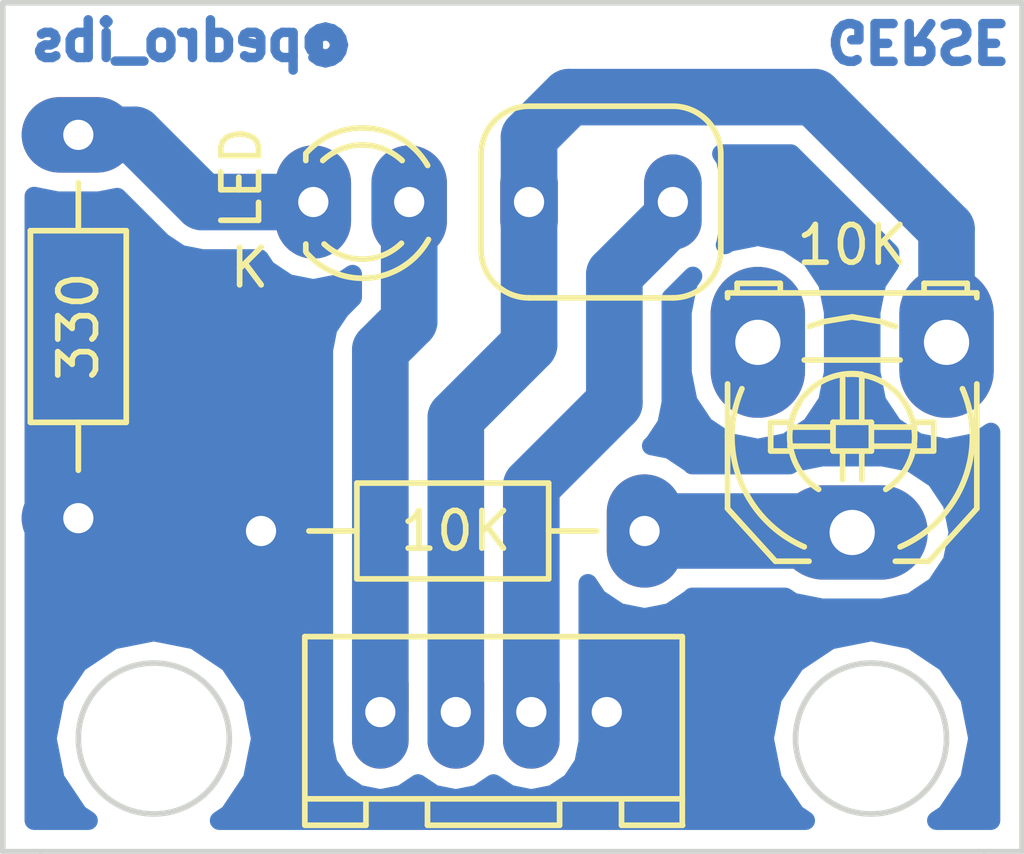
<source format=kicad_pcb>
(kicad_pcb (version 4) (host pcbnew 4.0.2+dfsg1-stable)

  (general
    (links 8)
    (no_connects 0)
    (area 14.924999 14.924999 42.075001 37.575001)
    (thickness 1.6)
    (drawings 12)
    (tracks 22)
    (zones 0)
    (modules 6)
    (nets 8)
  )

  (page A4)
  (title_block
    (title "Módulo Sensor LDR 2 - molex 2510  ")
    (date 2017-08-20)
    (rev 1.1)
    (company "Shield Sensor Base Grover GERSE")
    (comment 2 "Pedro Igor B. S.")
  )

  (layers
    (0 F.Cu signal)
    (31 B.Cu signal)
    (32 B.Adhes user)
    (33 F.Adhes user)
    (34 B.Paste user)
    (35 F.Paste user)
    (36 B.SilkS user)
    (37 F.SilkS user)
    (38 B.Mask user)
    (39 F.Mask user)
    (40 Dwgs.User user)
    (41 Cmts.User user)
    (42 Eco1.User user)
    (43 Eco2.User user)
    (44 Edge.Cuts user)
    (45 Margin user)
    (46 B.CrtYd user)
    (47 F.CrtYd user)
    (48 B.Fab user)
    (49 F.Fab user)
  )

  (setup
    (last_trace_width 1.5)
    (user_trace_width 0.8)
    (user_trace_width 1)
    (user_trace_width 1.5)
    (user_trace_width 2)
    (user_trace_width 2.5)
    (user_trace_width 3)
    (trace_clearance 0.2)
    (zone_clearance 0.5)
    (zone_45_only no)
    (trace_min 0.2)
    (segment_width 0.2)
    (edge_width 0.15)
    (via_size 0.6)
    (via_drill 0.4)
    (via_min_size 0.4)
    (via_min_drill 0.3)
    (user_via 1.5 1)
    (user_via 2 1)
    (user_via 2.5 1)
    (user_via 3 1)
    (uvia_size 0.3)
    (uvia_drill 0.1)
    (uvias_allowed no)
    (uvia_min_size 0.2)
    (uvia_min_drill 0.1)
    (pcb_text_width 0.3)
    (pcb_text_size 1.5 1.5)
    (mod_edge_width 0.15)
    (mod_text_size 1 1)
    (mod_text_width 0.15)
    (pad_size 2 4)
    (pad_drill 0.8)
    (pad_to_mask_clearance 0.2)
    (aux_axis_origin 0 0)
    (grid_origin 12 12)
    (visible_elements 7FFFFF7F)
    (pcbplotparams
      (layerselection 0x00030_80000001)
      (usegerberextensions false)
      (excludeedgelayer true)
      (linewidth 0.100000)
      (plotframeref false)
      (viasonmask false)
      (mode 1)
      (useauxorigin false)
      (hpglpennumber 1)
      (hpglpenspeed 20)
      (hpglpendiameter 15)
      (hpglpenoverlay 2)
      (psnegative false)
      (psa4output false)
      (plotreference true)
      (plotvalue true)
      (plotinvisibletext false)
      (padsonsilk false)
      (subtractmaskfromsilk false)
      (outputformat 1)
      (mirror false)
      (drillshape 1)
      (scaleselection 1)
      (outputdirectory ""))
  )

  (net 0 "")
  (net 1 "Net-(D2-Pad1)")
  (net 2 P5)
  (net 3 P6)
  (net 4 "Net-(R6-Pad1)")
  (net 5 "Net-(RV1-Pad3)")
  (net 6 GND)
  (net 7 VCC)

  (net_class Default "This is the default net class."
    (clearance 0.2)
    (trace_width 0.25)
    (via_dia 0.6)
    (via_drill 0.4)
    (uvia_dia 0.3)
    (uvia_drill 0.1)
    (add_net GND)
    (add_net "Net-(D2-Pad1)")
    (add_net "Net-(R6-Pad1)")
    (add_net "Net-(RV1-Pad3)")
    (add_net P5)
    (add_net P6)
    (add_net VCC)
  )

  (module LEDs:LED-3MM (layer F.Cu) (tedit 5999AD5D) (tstamp 596516B3)
    (at 23.225 20.28)
    (descr "LED 3mm round vertical")
    (tags "LED  3mm round vertical")
    (path /594D5951)
    (fp_text reference D2 (at 1.91 3.06) (layer F.SilkS) hide
      (effects (font (size 1 1) (thickness 0.15)))
    )
    (fp_text value LED (at -1.905 -0.635 90) (layer F.SilkS)
      (effects (font (size 1 1) (thickness 0.15)))
    )
    (fp_line (start -1.2 2.3) (end 3.8 2.3) (layer F.CrtYd) (width 0.05))
    (fp_line (start 3.8 2.3) (end 3.8 -2.2) (layer F.CrtYd) (width 0.05))
    (fp_line (start 3.8 -2.2) (end -1.2 -2.2) (layer F.CrtYd) (width 0.05))
    (fp_line (start -1.2 -2.2) (end -1.2 2.3) (layer F.CrtYd) (width 0.05))
    (fp_line (start -0.199 1.314) (end -0.199 1.114) (layer F.SilkS) (width 0.15))
    (fp_line (start -0.199 -1.28) (end -0.199 -1.1) (layer F.SilkS) (width 0.15))
    (fp_arc (start 1.301 0.034) (end -0.199 -1.286) (angle 108.5) (layer F.SilkS) (width 0.15))
    (fp_arc (start 1.301 0.034) (end 0.25 -1.1) (angle 85.7) (layer F.SilkS) (width 0.15))
    (fp_arc (start 1.311 0.034) (end 3.051 0.994) (angle 110) (layer F.SilkS) (width 0.15))
    (fp_arc (start 1.301 0.034) (end 2.335 1.094) (angle 87.5) (layer F.SilkS) (width 0.15))
    (fp_text user K (at -1.69 1.74) (layer F.SilkS)
      (effects (font (size 1 1) (thickness 0.15)))
    )
    (pad 1 thru_hole oval (at 0 0 90) (size 3 2) (drill 0.8) (layers *.Cu)
      (net 1 "Net-(D2-Pad1)"))
    (pad 2 thru_hole oval (at 2.54 0) (size 2 3) (drill 0.8) (layers *.Cu)
      (net 3 P6))
    (model LEDs.3dshapes/LED-3MM.wrl
      (at (xyz 0.05 0 0))
      (scale (xyz 1 1 1))
      (rotate (xyz 0 0 90))
    )
  )

  (module Resistors_ThroughHole:Resistor_Horizontal_RM10mm (layer F.Cu) (tedit 5999ACFB) (tstamp 596516D1)
    (at 17 18.5 270)
    (descr "Resistor, Axial,  RM 10mm, 1/3W")
    (tags "Resistor Axial RM 10mm 1/3W")
    (path /594D5965)
    (fp_text reference R5 (at 5.32892 -3.50012 270) (layer F.SilkS) hide
      (effects (font (size 1 1) (thickness 0.15)))
    )
    (fp_text value 330 (at 5.08 0 270) (layer F.SilkS)
      (effects (font (size 1 1) (thickness 0.15)))
    )
    (fp_line (start -1.25 -1.5) (end 11.4 -1.5) (layer F.CrtYd) (width 0.05))
    (fp_line (start -1.25 1.5) (end -1.25 -1.5) (layer F.CrtYd) (width 0.05))
    (fp_line (start 11.4 -1.5) (end 11.4 1.5) (layer F.CrtYd) (width 0.05))
    (fp_line (start -1.25 1.5) (end 11.4 1.5) (layer F.CrtYd) (width 0.05))
    (fp_line (start 2.54 -1.27) (end 7.62 -1.27) (layer F.SilkS) (width 0.15))
    (fp_line (start 7.62 -1.27) (end 7.62 1.27) (layer F.SilkS) (width 0.15))
    (fp_line (start 7.62 1.27) (end 2.54 1.27) (layer F.SilkS) (width 0.15))
    (fp_line (start 2.54 1.27) (end 2.54 -1.27) (layer F.SilkS) (width 0.15))
    (fp_line (start 2.54 0) (end 1.27 0) (layer F.SilkS) (width 0.15))
    (fp_line (start 7.62 0) (end 8.89 0) (layer F.SilkS) (width 0.15))
    (pad 1 thru_hole oval (at 0 0 270) (size 2 3) (drill 0.8) (layers *.Cu)
      (net 1 "Net-(D2-Pad1)"))
    (pad 2 thru_hole oval (at 10.16 0 270) (size 2 3) (drill 0.8) (layers *.Cu)
      (net 6 GND))
    (model Resistors_ThroughHole.3dshapes/Resistor_Horizontal_RM10mm.wrl
      (at (xyz 0 0 0))
      (scale (xyz 0.4 0.4 0.4))
      (rotate (xyz 0 0 0))
    )
  )

  (module Resistors_ThroughHole:Resistor_Horizontal_RM10mm (layer F.Cu) (tedit 5999AD0E) (tstamp 596516E1)
    (at 32 29 180)
    (descr "Resistor, Axial,  RM 10mm, 1/3W")
    (tags "Resistor Axial RM 10mm 1/3W")
    (path /594D5957)
    (fp_text reference R6 (at 5.32892 -3.50012 180) (layer F.SilkS) hide
      (effects (font (size 1 1) (thickness 0.15)))
    )
    (fp_text value 10K (at 5 0 180) (layer F.SilkS)
      (effects (font (size 1 1) (thickness 0.15)))
    )
    (fp_line (start -1.25 -1.5) (end 11.4 -1.5) (layer F.CrtYd) (width 0.05))
    (fp_line (start -1.25 1.5) (end -1.25 -1.5) (layer F.CrtYd) (width 0.05))
    (fp_line (start 11.4 -1.5) (end 11.4 1.5) (layer F.CrtYd) (width 0.05))
    (fp_line (start -1.25 1.5) (end 11.4 1.5) (layer F.CrtYd) (width 0.05))
    (fp_line (start 2.54 -1.27) (end 7.62 -1.27) (layer F.SilkS) (width 0.15))
    (fp_line (start 7.62 -1.27) (end 7.62 1.27) (layer F.SilkS) (width 0.15))
    (fp_line (start 7.62 1.27) (end 2.54 1.27) (layer F.SilkS) (width 0.15))
    (fp_line (start 2.54 1.27) (end 2.54 -1.27) (layer F.SilkS) (width 0.15))
    (fp_line (start 2.54 0) (end 1.27 0) (layer F.SilkS) (width 0.15))
    (fp_line (start 7.62 0) (end 8.89 0) (layer F.SilkS) (width 0.15))
    (pad 1 thru_hole oval (at 0 0 180) (size 2 3) (drill 0.8) (layers *.Cu)
      (net 4 "Net-(R6-Pad1)"))
    (pad 2 thru_hole oval (at 10.16 0 180) (size 2 3) (drill 0.8) (layers *.Cu)
      (net 6 GND))
    (model Resistors_ThroughHole.3dshapes/Resistor_Horizontal_RM10mm.wrl
      (at (xyz 0 0 0))
      (scale (xyz 0.4 0.4 0.4))
      (rotate (xyz 0 0 0))
    )
  )

  (module MY_kicad:LDR3mm (layer F.Cu) (tedit 5999AD3B) (tstamp 596516EF)
    (at 32.75 20.28 180)
    (path /594D5943)
    (fp_text reference R7 (at 0 -3.81 180) (layer F.SilkS) hide
      (effects (font (size 1 1) (thickness 0.15)))
    )
    (fp_text value LDR-3MM (at 1.27 3.81 180) (layer F.Fab) hide
      (effects (font (size 1 1) (thickness 0.15)))
    )
    (fp_arc (start 0 1.27) (end 0 2.54) (angle 90) (layer F.SilkS) (width 0.15))
    (fp_arc (start 3.81 1.27) (end 5.08 1.27) (angle 90) (layer F.SilkS) (width 0.15))
    (fp_arc (start 3.81 -1.27) (end 3.81 -2.54) (angle 90) (layer F.SilkS) (width 0.15))
    (fp_arc (start 0 -1.27) (end -1.27 -1.27) (angle 90) (layer F.SilkS) (width 0.15))
    (fp_line (start 5.08 1.27) (end 5.08 -1.27) (layer F.SilkS) (width 0.15))
    (fp_line (start 0 2.54) (end 3.81 2.54) (layer F.SilkS) (width 0.15))
    (fp_line (start 0 -2.54) (end 3.81 -2.54) (layer F.SilkS) (width 0.15))
    (fp_line (start -1.27 1.27) (end -1.27 -1.27) (layer F.SilkS) (width 0.15))
    (pad 1 thru_hole oval (at 0 0 180) (size 1.524 2.524) (drill 0.8) (layers *.Cu)
      (net 7 VCC))
    (pad 2 thru_hole oval (at 3.81 0 180) (size 1.524 2.524) (drill 0.8) (layers *.Cu)
      (net 2 P5))
  )

  (module Potentiometers:Potentiometer_Triwood_RM-065 (layer F.Cu) (tedit 5999AD2E) (tstamp 59651724)
    (at 40 24 180)
    (descr "Potentiometer, Trimmer, RM-065")
    (tags "Potentiometer, Trimmer, RM-065")
    (path /594D56D7)
    (fp_text reference RV1 (at 6.30936 -6.30936 180) (layer F.SilkS) hide
      (effects (font (size 1 1) (thickness 0.15)))
    )
    (fp_text value 10K (at 2.49936 2.58064 180) (layer F.SilkS)
      (effects (font (size 1 1) (thickness 0.15)))
    )
    (fp_line (start 2.24536 -2.88036) (end 2.24536 -3.64236) (layer F.SilkS) (width 0.15))
    (fp_line (start 2.75336 -2.88036) (end 2.75336 -3.64236) (layer F.SilkS) (width 0.15))
    (fp_arc (start 2.49936 -2.49936) (end 4.15036 -2.24536) (angle 90) (layer F.SilkS) (width 0.15))
    (fp_arc (start 2.49936 -2.49936) (end 2.62636 -0.84836) (angle 90) (layer F.SilkS) (width 0.15))
    (fp_arc (start 2.49936 -2.49936) (end 3.38836 -3.89636) (angle 90) (layer F.SilkS) (width 0.15))
    (fp_arc (start 2.49936 -2.49936) (end 1.10236 -1.61036) (angle 90) (layer F.SilkS) (width 0.15))
    (fp_line (start -0.80264 1.31064) (end -0.80264 1.18364) (layer F.SilkS) (width 0.15))
    (fp_line (start -0.80264 -2.49936) (end -0.80264 -1.10236) (layer F.SilkS) (width 0.15))
    (fp_line (start 5.80136 1.31064) (end 5.80136 1.18364) (layer F.SilkS) (width 0.15))
    (fp_line (start 5.80136 -2.49936) (end 5.80136 -1.10236) (layer F.SilkS) (width 0.15))
    (fp_line (start 1.35636 0.42164) (end 1.73736 0.54864) (layer F.SilkS) (width 0.15))
    (fp_line (start 1.73736 0.54864) (end 2.49936 0.67564) (layer F.SilkS) (width 0.15))
    (fp_line (start 2.49936 0.67564) (end 3.26136 0.54864) (layer F.SilkS) (width 0.15))
    (fp_line (start 3.26136 0.54864) (end 3.64236 0.42164) (layer F.SilkS) (width 0.15))
    (fp_line (start 1.22936 -0.46736) (end 3.76936 -0.46736) (layer F.SilkS) (width 0.15))
    (fp_arc (start 2.49936 -2.49936) (end 3.76936 -5.42036) (angle 90) (layer F.SilkS) (width 0.15))
    (fp_arc (start 2.49936 -2.49936) (end -0.42164 -1.22936) (angle 90) (layer F.SilkS) (width 0.15))
    (fp_line (start 4.53136 -5.80136) (end 3.64236 -5.80136) (layer F.SilkS) (width 0.15))
    (fp_line (start 1.35636 -5.80136) (end 0.46736 -5.80136) (layer F.SilkS) (width 0.15))
    (fp_line (start 4.15036 -2.88036) (end 4.65836 -2.88036) (layer F.SilkS) (width 0.15))
    (fp_line (start 4.65836 -2.88036) (end 4.65836 -2.11836) (layer F.SilkS) (width 0.15))
    (fp_line (start 4.65836 -2.11836) (end 4.15036 -2.11836) (layer F.SilkS) (width 0.15))
    (fp_line (start 0.84836 -2.88036) (end 0.34036 -2.88036) (layer F.SilkS) (width 0.15))
    (fp_line (start 0.34036 -2.88036) (end 0.34036 -2.11836) (layer F.SilkS) (width 0.15))
    (fp_line (start 0.34036 -2.11836) (end 0.84836 -2.11836) (layer F.SilkS) (width 0.15))
    (fp_line (start 3.00736 -2.24536) (end 4.15036 -2.24536) (layer F.SilkS) (width 0.15))
    (fp_line (start 3.00736 -2.75336) (end 4.15036 -2.75336) (layer F.SilkS) (width 0.15))
    (fp_line (start 1.99136 -2.24536) (end 0.84836 -2.24536) (layer F.SilkS) (width 0.15))
    (fp_line (start 1.99136 -2.75336) (end 0.84836 -2.75336) (layer F.SilkS) (width 0.15))
    (fp_line (start 2.75336 -2.11836) (end 2.75336 -0.84836) (layer F.SilkS) (width 0.15))
    (fp_line (start 2.24536 -2.11836) (end 2.24536 -0.84836) (layer F.SilkS) (width 0.15))
    (fp_line (start 1.99136 -2.88036) (end 1.99136 -2.11836) (layer F.SilkS) (width 0.15))
    (fp_line (start 1.99136 -2.11836) (end 3.00736 -2.11836) (layer F.SilkS) (width 0.15))
    (fp_line (start 3.00736 -2.11836) (end 3.00736 -2.88036) (layer F.SilkS) (width 0.15))
    (fp_line (start 3.00736 -2.88036) (end 1.99136 -2.88036) (layer F.SilkS) (width 0.15))
    (fp_line (start 0.46736 -5.80136) (end -0.80264 -4.40436) (layer F.SilkS) (width 0.15))
    (fp_line (start -0.80264 -4.40436) (end -0.80264 -2.49936) (layer F.SilkS) (width 0.15))
    (fp_line (start 4.53136 -5.80136) (end 5.80136 -4.40436) (layer F.SilkS) (width 0.15))
    (fp_line (start 5.80136 -4.40436) (end 5.80136 -2.49936) (layer F.SilkS) (width 0.15))
    (fp_line (start 5.54736 1.31064) (end 5.54736 1.56464) (layer F.SilkS) (width 0.15))
    (fp_line (start 5.54736 1.56464) (end 4.40436 1.56464) (layer F.SilkS) (width 0.15))
    (fp_line (start 4.40436 1.56464) (end 4.40436 1.31064) (layer F.SilkS) (width 0.15))
    (fp_line (start -0.54864 1.31064) (end -0.54864 1.56464) (layer F.SilkS) (width 0.15))
    (fp_line (start -0.54864 1.56464) (end 0.59436 1.56464) (layer F.SilkS) (width 0.15))
    (fp_line (start 0.59436 1.56464) (end 0.59436 1.31064) (layer F.SilkS) (width 0.15))
    (fp_line (start -0.80264 1.31064) (end 5.80136 1.31064) (layer F.SilkS) (width 0.15))
    (pad 2 thru_hole oval (at 2.49936 -5.03936 180) (size 4 2.5) (drill 1.19888) (layers *.Cu)
      (net 4 "Net-(R6-Pad1)"))
    (pad 3 thru_hole oval (at 4.99872 0 180) (size 2.5 4) (drill 1.19888) (layers *.Cu)
      (net 5 "Net-(RV1-Pad3)"))
    (pad 1 thru_hole oval (at 0 0 180) (size 2.5 4) (drill 1.19888) (layers *.Cu)
      (net 2 P5))
    (model Potentiometers.3dshapes/Potentiometer_Triwood_RM-065.wrl
      (at (xyz 0 0 0))
      (scale (xyz 4 4 4))
      (rotate (xyz 0 0 0))
    )
  )

  (module "MyFootprint:Grove 4 pinos" (layer F.Cu) (tedit 59B5CBCC) (tstamp 59B5CB7C)
    (at 28 33.8)
    (path /594D593D)
    (fp_text reference P4 (at -4 -3) (layer F.SilkS) hide
      (effects (font (size 1 1) (thickness 0.15)))
    )
    (fp_text value CON3 (at 0 4) (layer F.Fab) hide
      (effects (font (size 1 1) (thickness 0.15)))
    )
    (fp_line (start -5 2.3) (end 5 2.3) (layer F.SilkS) (width 0.15))
    (fp_line (start 1.75 2.3) (end 3.39 2.3) (layer F.SilkS) (width 0.15))
    (fp_line (start 5.01 3) (end 3.39 3) (layer F.SilkS) (width 0.15))
    (fp_line (start 3.39 3) (end 3.39 2.3) (layer F.SilkS) (width 0.15))
    (fp_line (start 5 2.3) (end 5 3) (layer F.SilkS) (width 0.15))
    (fp_line (start -3.38 2.3) (end -1.75 2.3) (layer F.SilkS) (width 0.15))
    (fp_line (start -4.98 3) (end -3.38 3) (layer F.SilkS) (width 0.15))
    (fp_line (start -3.38 3) (end -3.38 2.3) (layer F.SilkS) (width 0.15))
    (fp_line (start -5 2.3) (end -5 3) (layer F.SilkS) (width 0.15))
    (fp_line (start 1.75 3) (end -1.75 3) (layer F.SilkS) (width 0.15))
    (fp_line (start 5 2.3) (end 5 -2) (layer F.SilkS) (width 0.15))
    (fp_line (start -5 -2) (end -5 2.3) (layer F.SilkS) (width 0.15))
    (fp_line (start 1.75 2.3) (end 1.75 3) (layer F.SilkS) (width 0.15))
    (fp_line (start -1.75 2.3) (end -1.75 3) (layer F.SilkS) (width 0.15))
    (fp_line (start -5 -2) (end 5 -2) (layer F.SilkS) (width 0.15))
    (pad 1 thru_hole oval (at -3 0) (size 1.5 3) (drill 0.8) (layers *.Cu)
      (net 3 P6))
    (pad 2 thru_hole oval (at -1 0) (size 1.5 3) (drill 0.8) (layers *.Cu)
      (net 2 P5))
    (pad 3 thru_hole oval (at 1 0) (size 1.5 3) (drill 0.8) (layers *.Cu)
      (net 7 VCC))
    (pad 4 thru_hole oval (at 3 0) (size 1.5 3) (drill 0.8) (layers *.Cu)
      (net 6 GND))
  )

  (gr_text GERSE (at 39.25 16 180) (layer B.Cu)
    (effects (font (size 1 1) (thickness 0.25)) (justify mirror))
  )
  (gr_text @pedro_ibs (at 20 16) (layer B.Cu)
    (effects (font (size 1 1) (thickness 0.25)) (justify mirror))
  )
  (gr_line (start 42 15) (end 42 16.5) (angle 90) (layer Edge.Cuts) (width 0.15))
  (gr_line (start 15 15) (end 42 15) (angle 90) (layer Edge.Cuts) (width 0.15))
  (gr_line (start 15 16.5) (end 15 15) (angle 90) (layer Edge.Cuts) (width 0.15))
  (gr_line (start 15 37.5) (end 16 37.5) (angle 90) (layer Edge.Cuts) (width 0.15))
  (gr_line (start 15 16.5) (end 15 37.5) (angle 90) (layer Edge.Cuts) (width 0.15))
  (gr_line (start 42 37.5) (end 42 16.5) (angle 90) (layer Edge.Cuts) (width 0.15))
  (gr_line (start 41 37.5) (end 42 37.5) (angle 90) (layer Edge.Cuts) (width 0.15))
  (gr_circle (center 19 34.5) (end 21 34.5) (layer Edge.Cuts) (width 0.15) (tstamp 59651727))
  (gr_circle (center 38 34.5) (end 40 34.5) (layer Edge.Cuts) (width 0.15))
  (gr_line (start 16 37.5) (end 41 37.5) (angle 90) (layer Edge.Cuts) (width 0.15))

  (segment (start 17 18.5) (end 18.5 18.5) (width 1.5) (layer B.Cu) (net 1))
  (segment (start 20.28 20.28) (end 23.225 20.28) (width 1.5) (layer B.Cu) (net 1) (tstamp 59651D66))
  (segment (start 18.5 18.5) (end 20.28 20.28) (width 1.5) (layer B.Cu) (net 1) (tstamp 59651D65))
  (segment (start 27 33.8) (end 27 26) (width 1.5) (layer B.Cu) (net 2) (status 400000))
  (segment (start 28.94 24.06) (end 28.94 20.28) (width 1.5) (layer B.Cu) (net 2) (tstamp 59B5CB99) (status 800000))
  (segment (start 27 26) (end 28.94 24.06) (width 1.5) (layer B.Cu) (net 2) (tstamp 59B5CB97))
  (segment (start 40 24) (end 40 21) (width 1.5) (layer B.Cu) (net 2))
  (segment (start 28.94 18.56) (end 28.94 20.28) (width 1.5) (layer B.Cu) (net 2) (tstamp 59651D9A))
  (segment (start 30 17.5) (end 28.94 18.56) (width 1.5) (layer B.Cu) (net 2) (tstamp 59651D98))
  (segment (start 36.5 17.5) (end 30 17.5) (width 1.5) (layer B.Cu) (net 2) (tstamp 59651D97))
  (segment (start 40 21) (end 36.5 17.5) (width 1.5) (layer B.Cu) (net 2) (tstamp 59651D96))
  (segment (start 28.94 20.28) (end 28.94 19.56) (width 0.8) (layer B.Cu) (net 2))
  (segment (start 25.765 20.28) (end 25.765 23.435) (width 1.5) (layer B.Cu) (net 3) (status 400000))
  (segment (start 25 24.2) (end 25 33.8) (width 1.5) (layer B.Cu) (net 3) (tstamp 59B5CB90) (status 800000))
  (segment (start 25.765 23.435) (end 25 24.2) (width 1.5) (layer B.Cu) (net 3) (tstamp 59B5CB8F))
  (segment (start 32 29) (end 37.46128 29) (width 2) (layer B.Cu) (net 4))
  (segment (start 37.46128 29) (end 37.50064 29.03936) (width 2) (layer B.Cu) (net 4) (tstamp 59651F24))
  (segment (start 32.75 20.28) (end 32.75 20.65) (width 1.5) (layer B.Cu) (net 7) (status C00000))
  (segment (start 32.75 20.65) (end 31.2 22.2) (width 1.5) (layer B.Cu) (net 7) (tstamp 59B5CBAB) (status 400000))
  (segment (start 31.2 22.2) (end 31.2 25.6) (width 1.5) (layer B.Cu) (net 7) (tstamp 59B5CBAD))
  (segment (start 31.2 25.6) (end 29 27.8) (width 1.5) (layer B.Cu) (net 7) (tstamp 59B5CBB0))
  (segment (start 29 27.8) (end 29 33.8) (width 1.5) (layer B.Cu) (net 7) (tstamp 59B5CBB2) (status 800000))

  (zone (net 6) (net_name GND) (layer B.Cu) (tstamp 59651DDC) (hatch edge 0.508)
    (connect_pads yes (clearance 0.5))
    (min_thickness 0.5)
    (fill yes (arc_segments 16) (thermal_gap 0.508) (thermal_bridge_width 0.508))
    (polygon
      (pts
        (xy 42 37.5) (xy 15 37.5) (xy 15 15) (xy 42 15) (xy 42 37.5)
      )
    )
    (filled_polygon
      (pts
        (xy 38.5 21.621321) (xy 38.5 21.910298) (xy 38.152241 22.430757) (xy 38 23.196124) (xy 38 24.803876)
        (xy 38.152241 25.569243) (xy 38.585786 26.21809) (xy 39.234633 26.651635) (xy 40 26.803876) (xy 40.765367 26.651635)
        (xy 41.175 26.377927) (xy 41.175 36.675) (xy 39.732045 36.675) (xy 39.997577 36.497577) (xy 40.60996 35.581081)
        (xy 40.825 34.5) (xy 40.60996 33.418919) (xy 39.997577 32.502423) (xy 39.081081 31.89004) (xy 38 31.675)
        (xy 36.918919 31.89004) (xy 36.002423 32.502423) (xy 35.39004 33.418919) (xy 35.175 34.5) (xy 35.39004 35.581081)
        (xy 36.002423 36.497577) (xy 36.267955 36.675) (xy 20.732045 36.675) (xy 20.997577 36.497577) (xy 21.60996 35.581081)
        (xy 21.825 34.5) (xy 21.60996 33.418919) (xy 20.997577 32.502423) (xy 20.081081 31.89004) (xy 19 31.675)
        (xy 17.918919 31.89004) (xy 17.002423 32.502423) (xy 16.39004 33.418919) (xy 16.175 34.5) (xy 16.39004 35.581081)
        (xy 17.002423 36.497577) (xy 17.267955 36.675) (xy 15.825 36.675) (xy 15.825 20.124502) (xy 16.45592 20.25)
        (xy 17.54408 20.25) (xy 18.031689 20.153009) (xy 19.21934 21.34066) (xy 19.705975 21.665819) (xy 20.28 21.78)
        (xy 21.79946 21.78) (xy 21.987563 22.061517) (xy 22.555304 22.440869) (xy 23.225 22.57408) (xy 23.894696 22.440869)
        (xy 24.265 22.19344) (xy 24.265 22.81368) (xy 23.93934 23.13934) (xy 23.614181 23.625975) (xy 23.5 24.2)
        (xy 23.5 34.59408) (xy 23.614181 35.168105) (xy 23.93934 35.65474) (xy 24.425975 35.979899) (xy 25 36.09408)
        (xy 25.574025 35.979899) (xy 26 35.695272) (xy 26.425975 35.979899) (xy 27 36.09408) (xy 27.574025 35.979899)
        (xy 28 35.695272) (xy 28.425975 35.979899) (xy 29 36.09408) (xy 29.574025 35.979899) (xy 30.06066 35.65474)
        (xy 30.385819 35.168105) (xy 30.5 34.59408) (xy 30.5 30.388563) (xy 30.762563 30.781517) (xy 31.330304 31.160869)
        (xy 32 31.29408) (xy 32.669696 31.160869) (xy 33.237437 30.781517) (xy 33.258496 30.75) (xy 35.726184 30.75)
        (xy 35.931397 30.887119) (xy 36.696764 31.03936) (xy 38.304516 31.03936) (xy 39.069883 30.887119) (xy 39.71873 30.453574)
        (xy 40.152275 29.804727) (xy 40.304516 29.03936) (xy 40.152275 28.273993) (xy 39.71873 27.625146) (xy 39.069883 27.191601)
        (xy 38.304516 27.03936) (xy 36.696764 27.03936) (xy 35.931397 27.191601) (xy 35.843997 27.25) (xy 33.258496 27.25)
        (xy 33.237437 27.218483) (xy 32.669696 26.839131) (xy 32.179663 26.741657) (xy 32.26066 26.66066) (xy 32.585819 26.174025)
        (xy 32.7 25.6) (xy 32.7 22.82132) (xy 33.280297 22.241023) (xy 33.153521 22.430757) (xy 33.00128 23.196124)
        (xy 33.00128 24.803876) (xy 33.153521 25.569243) (xy 33.587066 26.21809) (xy 34.235913 26.651635) (xy 35.00128 26.803876)
        (xy 35.766647 26.651635) (xy 36.415494 26.21809) (xy 36.849039 25.569243) (xy 37.00128 24.803876) (xy 37.00128 23.196124)
        (xy 36.849039 22.430757) (xy 36.415494 21.78191) (xy 35.766647 21.348365) (xy 35.00128 21.196124) (xy 34.235913 21.348365)
        (xy 34.135072 21.415745) (xy 34.146906 21.398034) (xy 34.262 20.819417) (xy 34.262 19.740583) (xy 34.146906 19.161966)
        (xy 34.038684 19) (xy 35.87868 19)
      )
    )
  )
)

</source>
